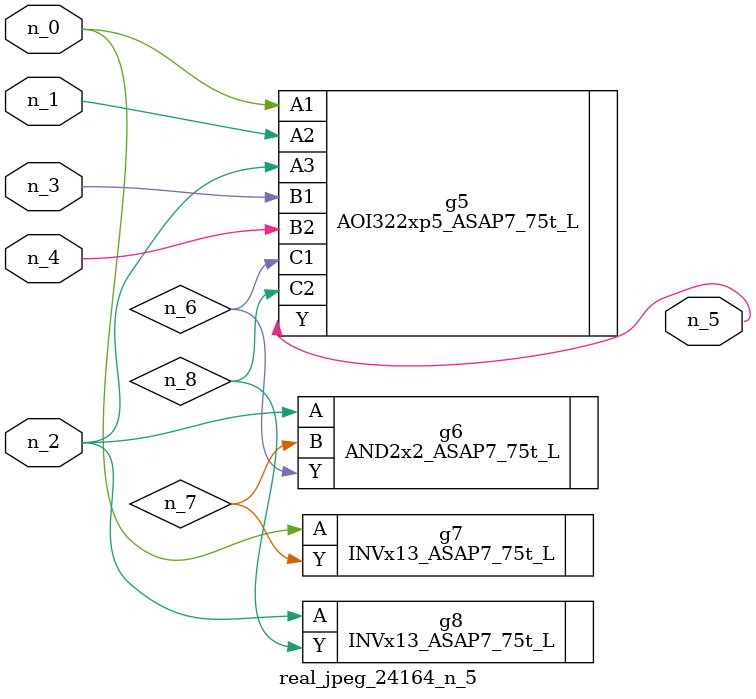
<source format=v>
module real_jpeg_24164_n_5 (n_4, n_0, n_1, n_2, n_3, n_5);

input n_4;
input n_0;
input n_1;
input n_2;
input n_3;

output n_5;

wire n_8;
wire n_6;
wire n_7;

AOI322xp5_ASAP7_75t_L g5 ( 
.A1(n_0),
.A2(n_1),
.A3(n_2),
.B1(n_3),
.B2(n_4),
.C1(n_6),
.C2(n_8),
.Y(n_5)
);

INVx13_ASAP7_75t_L g7 ( 
.A(n_0),
.Y(n_7)
);

AND2x2_ASAP7_75t_L g6 ( 
.A(n_2),
.B(n_7),
.Y(n_6)
);

INVx13_ASAP7_75t_L g8 ( 
.A(n_2),
.Y(n_8)
);


endmodule
</source>
